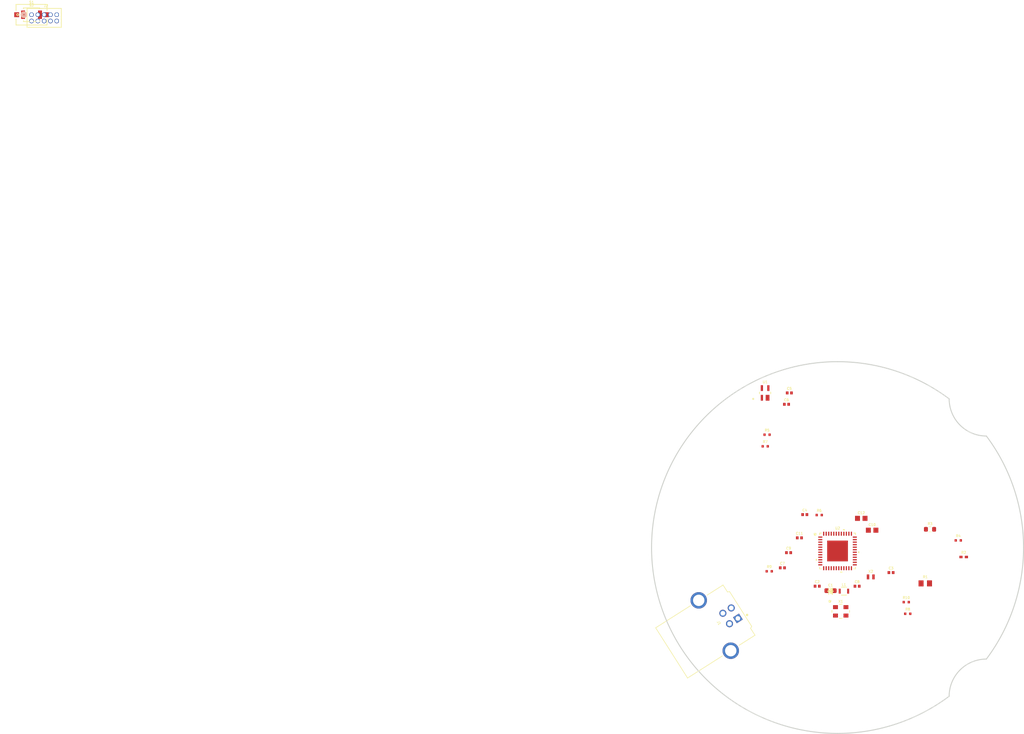
<source format=kicad_pcb>
(kicad_pcb (version 20240108) (generator "pcbnew") (generator_version "8.0")
  (layers (0 "F.Cu" signal) (31 "B.Cu" signal) (34 "B.Paste" user) (35 "F.Paste" user) (36 "B.SilkS" user "B.Silkscreen") (37 "F.SilkS" user "F.Silkscreen") (38 "B.Mask" user) (39 "F.Mask" user) (44 "Edge.Cuts" user))
  (net 0 "")
  (footprint "ASSMANN_AU-Y1007" (at 136.00648391291276 124.33255362071921 -57.57033779868715) (layer "F.Cu")
    (property "Reference" "J1" (at 0 -3.05 -57.57033779868715) (layer "F.SilkS") (effects (font (size 0.5 0.5) (thickness 0.1) (bold yes))))
    (property "Value" "ASSMANN_AU-Y1007")
    (fp_line (start -6 -7.85) (end -4.35 -7.85) (stroke (width 0.127)) (layer "F.SilkS"))
    (fp_line (start -6 -4.05) (end -6 -7.85) (stroke (width 0.127)) (layer "F.SilkS"))
    (fp_line (start -6 8.25) (end -6 -0.05) (stroke (width 0.127)) (layer "F.SilkS"))
    (fp_line (start -4.35 -7.85) (end -4.15 -8.25) (stroke (width 0.127)) (layer "F.SilkS"))
    (fp_line (start -4.15 -8.25) (end 4.15 -8.25) (stroke (width 0.127)) (layer "F.SilkS"))
    (fp_line (start 4.15 -8.25) (end 4.35 -7.85) (stroke (width 0.127)) (layer "F.SilkS"))
    (fp_line (start 4.35 -7.85) (end 6 -7.85) (stroke (width 0.127)) (layer "F.SilkS"))
    (fp_line (start 6 -7.85) (end 6 -4.05) (stroke (width 0.127)) (layer "F.SilkS"))
    (fp_line (start 6 -0.05) (end 6 8.25) (stroke (width 0.127)) (layer "F.SilkS"))
    (fp_line (start 6 8.25) (end -6 8.25) (stroke (width 0.127)) (layer "F.SilkS"))
    (fp_circle (center 1.7 -8.7) (end 1.82 -8.7) (stroke (width 0.24)) (fill none) (layer "F.SilkS"))
    (pad "1" thru_hole rect (at 1.29 -6.76 -57.57033779868715) (size 1.428 1.428) (drill 0.92) (layers "*.Cu" "*.Mask"))
    (pad "2" thru_hole circle (at -1.21 -6.76 -57.57033779868715) (size 1.428 1.428) (drill 0.92) (layers "*.Cu" "*.Mask"))
    (pad "3" thru_hole circle (at -1.21 -4.76 -57.57033779868715) (size 1.428 1.428) (drill 0.92) (layers "*.Cu" "*.Mask"))
    (pad "4" thru_hole circle (at 1.29 -4.76 -57.57033779868715) (size 1.428 1.428) (drill 0.92) (layers "*.Cu" "*.Mask"))
    (pad "S1" thru_hole circle (at -6.02 -2.05 -57.57033779868715) (size 3.316 3.316) (drill 2.3) (layers "*.Cu" "*.Mask"))
    (pad "S2" thru_hole circle (at 6.02 -2.05 -57.57033779868715) (size 3.316 3.316) (drill 2.3) (layers "*.Cu" "*.Mask"))
  )
  (footprint "LED_GS75000_WRE" (layer "F.Cu") (at 163.78240763952113 116.3017110500148 0)
    (property "Reference" "L1" (at 0 -1.3 0) (layer "F.SilkS") (effects (font (size 0.5 0.5) (thickness 0.1) (bold yes))))
    (property "Value" "LED_GS75000_WRE")
    (fp_line (start -3.0861 -0.635) (end -3.0861 0.635) (stroke (width 0.1524)) (layer "F.SilkS"))
    (fp_line (start -3.0861 0) (end -2.3241 -0.635) (stroke (width 0.1524)) (layer "F.SilkS"))
    (fp_line (start -3.0861 0) (end -2.3241 -0.508) (stroke (width 0.1524)) (layer "F.SilkS"))
    (fp_line (start -3.0861 0) (end -2.3241 -0.381) (stroke (width 0.1524)) (layer "F.SilkS"))
    (fp_line (start -3.0861 0) (end -2.3241 -0.254) (stroke (width 0.1524)) (layer "F.SilkS"))
    (fp_line (start -3.0861 0) (end -2.3241 -0.127) (stroke (width 0.1524)) (layer "F.SilkS"))
    (fp_line (start -3.0861 0) (end -2.3241 0.127) (stroke (width 0.1524)) (layer "F.SilkS"))
    (fp_line (start -3.0861 0) (end -2.3241 0.254) (stroke (width 0.1524)) (layer "F.SilkS"))
    (fp_line (start -3.0861 0) (end -2.3241 0.381) (stroke (width 0.1524)) (layer "F.SilkS"))
    (fp_line (start -3.0861 0) (end -2.3241 0.508) (stroke (width 0.1524)) (layer "F.SilkS"))
    (fp_line (start -3.0861 0) (end -2.3241 0.635) (stroke (width 0.1524)) (layer "F.SilkS"))
    (fp_line (start -2.3241 -0.635) (end -2.3241 0.635) (stroke (width 0.1524)) (layer "F.SilkS"))
    (fp_line (start -2.0701 0) (end -3.3401 0) (stroke (width 0.1524)) (layer "F.SilkS"))
    (fp_line (start -0.514235 0.8001) (end 0.514235 0.8001) (stroke (width 0.1524)) (layer "F.SilkS"))
    (fp_line (start 0.514235 -0.8001) (end -0.514235 -0.8001) (stroke (width 0.1524)) (layer "F.SilkS"))
    (pad "1" smd rect (at -0.8509 0) (size 0.4064 0.9906) (layers "F.Cu" "F.Paste" "F.Mask"))
    (pad "2" smd rect (at 0.8509 0) (size 0.4064 0.9906) (layers "F.Cu" "F.Paste" "F.Mask"))
  )
  (footprint "R_0603_1608Metric" (layer "F.Cu") (at 181.14080137676225 103.81385797151775 0)
    (property "Reference" "R3" (at 0 -1.1 0) (layer "F.SilkS") (effects (font (size 0.5 0.5) (thickness 0.1) (bold yes))))
    (property "Value" "R_0603_1608Metric")
    (fp_line (start -0.237258 -0.5225) (end 0.237258 -0.5225) (stroke (width 0.12)) (layer "F.SilkS"))
    (fp_line (start -0.237258 0.5225) (end 0.237258 0.5225) (stroke (width 0.12)) (layer "F.SilkS"))
    (pad "1" smd roundrect (at -0.825 0) (size 0.8 0.95) (layers "F.Cu" "F.Paste" "F.Mask"))
    (pad "2" smd roundrect (at 0.825 0) (size 0.8 0.95) (layers "F.Cu" "F.Paste" "F.Mask"))
  )
  (footprint "RC0402N_PAN" (layer "F.Cu") (at 187.92732807730374 109.4082388640959 0)
    (property "Reference" "R2" (at 0 -0.9 0) (layer "F.SilkS") (effects (font (size 0.5 0.5) (thickness 0.1) (bold yes))))
    (property "Value" "RC0402N_PAN")
    (pad "1" smd rect (at -0.549999 0) (size 0.649999 0.499999) (layers "F.Cu" "F.Paste" "F.Mask"))
    (pad "2" smd rect (at 0.549999 0) (size 0.649999 0.499999) (layers "F.Cu" "F.Paste" "F.Mask"))
  )
  (footprint "SW_25816_WRE" (layer "F.Cu") (at 0 0)
    (property "Reference" "S1" (at 0 -2.5 0) (layer "F.SilkS") (effects (font (size 0.5 0.5) (thickness 0.1) (bold yes))))
    (property "Value" "SW_25816_WRE")
    (fp_line (start -3.1242 -2.0828) (end -3.1242 -0.82804) (stroke (width 0.1524)) (layer "F.SilkS"))
    (fp_line (start -3.1242 0.82804) (end -3.1242 2.0828) (stroke (width 0.1524)) (layer "F.SilkS"))
    (fp_line (start -3.1242 2.0828) (end 3.1242 2.0828) (stroke (width 0.1524)) (layer "F.SilkS"))
    (fp_line (start 3.1242 -2.0828) (end -3.1242 -2.0828) (stroke (width 0.1524)) (layer "F.SilkS"))
    (fp_line (start 3.1242 -0.82804) (end 3.1242 -2.0828) (stroke (width 0.1524)) (layer "F.SilkS"))
    (fp_line (start 3.1242 2.0828) (end 3.1242 0.82804) (stroke (width 0.1524)) (layer "F.SilkS"))
    (pad "1" smd rect (at -3.000002 0) (size 0.9906 0.9906) (layers "F.Cu" "F.Paste" "F.Mask"))
    (pad "2" smd rect (at 3.000002 0) (size 0.9906 0.9906) (layers "F.Cu" "F.Paste" "F.Mask"))
  )
  (footprint "C_0603_1608Metric" (layer "F.Cu") (at 161.08548270949163 116.19874811629353 0)
    (property "Reference" "C1" (at 0 -1.1 0) (layer "F.SilkS") (effects (font (size 0.5 0.5) (thickness 0.1) (bold yes))))
    (property "Value" "C_0603_1608Metric")
    (fp_line (start -0.14058 -0.51) (end 0.14058 -0.51) (stroke (width 0.12)) (layer "F.SilkS"))
    (fp_line (start -0.14058 0.51) (end 0.14058 0.51) (stroke (width 0.12)) (layer "F.SilkS"))
    (pad "1" smd roundrect (at -0.775 0) (size 0.9 0.95) (layers "F.Cu" "F.Paste" "F.Mask"))
    (pad "2" smd roundrect (at 0.775 0) (size 0.9 0.95) (layers "F.Cu" "F.Paste" "F.Mask"))
  )
  (footprint "21-0098_X4&plus_1_MXM" (layer "F.Cu") (at 147.8926028165837 76.30490281658368 0.0)
    (property "Reference" "U1" (at 0 -2.2 0) (layer "F.SilkS") (effects (font (size 0.5 0.5) (thickness 0.1) (bold yes))))
    (property "Value" "21-0098_X4+1_MXM")
    (fp_line (start -1.1303 0.17607) (end -1.1303 -0.176071) (stroke (width 0.1524)) (layer "F.SilkS"))
    (fp_line (start 1.1303 -0.176071) (end 1.1303 0.17607) (stroke (width 0.1524)) (layer "F.SilkS"))
    (fp_circle (center -2.4003 1.2065) (end -2.2733 1.2065) (stroke (width 0.1524)) (fill none) (layer "F.SilkS"))
    (pad "1" smd rect (at -0.65 0.9779) (size 0.4572 1.1684) (layers "F.Cu" "F.Paste" "F.Mask"))
    (pad "2" smd rect (at 0.4976 0.9779) (size 0.762 1.1684) (layers "F.Cu" "F.Paste" "F.Mask"))
    (pad "3" smd rect (at 0.649999 -0.9779) (size 0.4572 1.1684) (layers "F.Cu" "F.Paste" "F.Mask"))
    (pad "4" smd rect (at -0.649999 -0.9779) (size 0.4572 1.1684) (layers "F.Cu" "F.Paste" "F.Mask"))
  )
  (footprint "RC0805N_YAG" (layer "F.Cu") (at 180.18586794848284 114.72879700240809 0)
    (property "Reference" "R1" (at 0 -1.3 0) (layer "F.SilkS") (effects (font (size 0.5 0.5) (thickness 0.1) (bold yes))))
    (property "Value" "RC0805N_YAG")
    (pad "1" smd rect (at -0.8509 0) (size 1.016 1.2192) (layers "F.Cu" "F.Paste" "F.Mask"))
    (pad "2" smd rect (at 0.8509 0) (size 1.016 1.2192) (layers "F.Cu" "F.Paste" "F.Mask"))
  )
  (footprint "0402R" (at 186.83889889003987 106.05839827307304 0) (layer "F.Cu")
    (property "Reference" "R4" (at 0 -0.9 0) (layer "F.SilkS") (effects (font (size 0.5 0.5) (thickness 0.1) (bold yes))))
    (property "Value" "RES_ERJ-2GEJ103X")
    (pad "1" smd rect (at -0.512 0) (size 0.475 0.5) (layers "F.Cu" "F.Paste" "F.Mask"))
    (pad "2" smd rect (at 0.512 0) (size 0.475 0.5) (layers "F.Cu" "F.Paste" "F.Mask"))
  )
  (footprint "ABM8G_12_000MHZ_B4Y_T" (layer "F.Cu") (at 163.13604331179084 120.3714696289712 0)
    (property "Reference" "X1" (at 0 -2 0) (layer "F.SilkS") (effects (font (size 0.5 0.5) (thickness 0.1) (bold yes))))
    (property "Value" "CRYSTAL_ABM8G_ABR")
    (fp_line (start -1.778 -0.20182) (end -1.778 0.20182) (stroke (width 0.1524)) (layer "F.SilkS"))
    (fp_line (start -0.270425 1.4224) (end 0.270425 1.4224) (stroke (width 0.1524)) (layer "F.SilkS"))
    (fp_line (start 0.270425 -1.4224) (end -0.270425 -1.4224) (stroke (width 0.1524)) (layer "F.SilkS"))
    (fp_line (start 1.778 0.20182) (end 1.778 -0.20182) (stroke (width 0.1524)) (layer "F.SilkS"))
    (fp_text user "*" (at -2.1844 -1.7 0) (layer "F.SilkS"))
    (fp_text user "*" (at -2.1844 -1.7 0) (layer "F.SilkS"))
    (pad "1" smd rect (at -1.0541 -0.850001 90) (size 0.8128 0.9906) (layers "F.Cu" "F.Paste" "F.Mask"))
    (pad "2" smd rect (at -1.0541 0.850001 90) (size 0.8128 0.9906) (layers "F.Cu" "F.Paste" "F.Mask"))
    (pad "3" smd rect (at 1.0541 0.850001 90) (size 0.8128 0.9906) (layers "F.Cu" "F.Paste" "F.Mask"))
    (pad "4" smd rect (at 1.0541 -0.850001 90) (size 0.8128 0.9906) (layers "F.Cu" "F.Paste" "F.Mask"))
  )
  (footprint "QFN48_7X7MC_MCH" (layer "F.Cu") (at 162.49763989388515 108.19000675000001 0)
    (property "Reference" "U2" (at 0 -4.6 0) (layer "F.SilkS") (effects (font (size 0.5 0.5) (thickness 0.1) (bold yes))))
    (property "Value" "QFN48_7X7MC_MCH")
    (fp_line (start -3.6068 -3.6068) (end -3.6068 -3.25374) (stroke (width 0.1524)) (layer "F.SilkS"))
    (fp_line (start -3.6068 3.25374) (end -3.6068 3.6068) (stroke (width 0.1524)) (layer "F.SilkS"))
    (fp_line (start -3.6068 3.6068) (end -3.25374 3.6068) (stroke (width 0.1524)) (layer "F.SilkS"))
    (fp_line (start -3.25374 -3.6068) (end -3.6068 -3.6068) (stroke (width 0.1524)) (layer "F.SilkS"))
    (fp_line (start 3.25374 3.6068) (end 3.6068 3.6068) (stroke (width 0.1524)) (layer "F.SilkS"))
    (fp_line (start 3.6068 -3.6068) (end 3.25374 -3.6068) (stroke (width 0.1524)) (layer "F.SilkS"))
    (fp_line (start 3.6068 -3.25374) (end 3.6068 -3.6068) (stroke (width 0.1524)) (layer "F.SilkS"))
    (fp_line (start 3.6068 3.6068) (end 3.6068 3.25374) (stroke (width 0.1524)) (layer "F.SilkS"))
    (fp_poly (pts (xy -4.3942 1.5875) (xy -4.3942 1.9685) (xy -4.1402 1.9685) (xy -4.1402 1.5875)) (fill solid) (layer "F.SilkS"))
    (fp_poly (pts (xy 0.5715 4.1402) (xy 0.5715 4.3942) (xy 0.9525 4.3942) (xy 0.9525 4.1402)) (fill solid) (layer "F.SilkS"))
    (fp_poly (pts (xy 1.0795 -4.1402) (xy 1.0795 -4.3942) (xy 1.4605 -4.3942) (xy 1.4605 -4.1402)) (fill solid) (layer "F.SilkS"))
    (fp_poly (pts (xy 4.3942 0.0635) (xy 4.3942 0.4445) (xy 4.1402 0.4445) (xy 4.1402 0.0635)) (fill solid) (layer "F.SilkS"))
    (fp_text user "*" (at -4.5212 -3.048 0) (layer "F.SilkS"))
    (fp_text user "*" (at -4.5212 -3.048 0) (layer "F.SilkS"))
    (pad "1" smd rect (at -3.4798 -2.794 90) (size 0.254 0.8128) (layers "F.Cu" "F.Paste" "F.Mask"))
    (pad "2" smd rect (at -3.4798 -2.286 90) (size 0.254 0.8128) (layers "F.Cu" "F.Paste" "F.Mask"))
    (pad "3" smd rect (at -3.4798 -1.778 90) (size 0.254 0.8128) (layers "F.Cu" "F.Paste" "F.Mask"))
    (pad "4" smd rect (at -3.4798 -1.27 90) (size 0.254 0.8128) (layers "F.Cu" "F.Paste" "F.Mask"))
    (pad "5" smd rect (at -3.4798 -0.762 90) (size 0.254 0.8128) (layers "F.Cu" "F.Paste" "F.Mask"))
    (pad "6" smd rect (at -3.4798 -0.254 90) (size 0.254 0.8128) (layers "F.Cu" "F.Paste" "F.Mask"))
    (pad "7" smd rect (at -3.4798 0.254 90) (size 0.254 0.8128) (layers "F.Cu" "F.Paste" "F.Mask"))
    (pad "8" smd rect (at -3.4798 0.762 90) (size 0.254 0.8128) (layers "F.Cu" "F.Paste" "F.Mask"))
    (pad "9" smd rect (at -3.4798 1.27 90) (size 0.254 0.8128) (layers "F.Cu" "F.Paste" "F.Mask"))
    (pad "10" smd rect (at -3.4798 1.778 90) (size 0.254 0.8128) (layers "F.Cu" "F.Paste" "F.Mask"))
    (pad "11" smd rect (at -3.4798 2.286 90) (size 0.254 0.8128) (layers "F.Cu" "F.Paste" "F.Mask"))
    (pad "12" smd rect (at -3.4798 2.794 90) (size 0.254 0.8128) (layers "F.Cu" "F.Paste" "F.Mask"))
    (pad "13" smd rect (at -2.794 3.4798) (size 0.254 0.8128) (layers "F.Cu" "F.Paste" "F.Mask"))
    (pad "14" smd rect (at -2.286 3.4798) (size 0.254 0.8128) (layers "F.Cu" "F.Paste" "F.Mask"))
    (pad "15" smd rect (at -1.778 3.4798) (size 0.254 0.8128) (layers "F.Cu" "F.Paste" "F.Mask"))
    (pad "16" smd rect (at -1.27 3.4798) (size 0.254 0.8128) (layers "F.Cu" "F.Paste" "F.Mask"))
    (pad "17" smd rect (at -0.762 3.4798) (size 0.254 0.8128) (layers "F.Cu" "F.Paste" "F.Mask"))
    (pad "18" smd rect (at -0.254 3.4798) (size 0.254 0.8128) (layers "F.Cu" "F.Paste" "F.Mask"))
    (pad "19" smd rect (at 0.254 3.4798) (size 0.254 0.8128) (layers "F.Cu" "F.Paste" "F.Mask"))
    (pad "20" smd rect (at 0.762 3.4798) (size 0.254 0.8128) (layers "F.Cu" "F.Paste" "F.Mask"))
    (pad "21" smd rect (at 1.27 3.4798) (size 0.254 0.8128) (layers "F.Cu" "F.Paste" "F.Mask"))
    (pad "22" smd rect (at 1.778 3.4798) (size 0.254 0.8128) (layers "F.Cu" "F.Paste" "F.Mask"))
    (pad "23" smd rect (at 2.286 3.4798) (size 0.254 0.8128) (layers "F.Cu" "F.Paste" "F.Mask"))
    (pad "24" smd rect (at 2.794 3.4798) (size 0.254 0.8128) (layers "F.Cu" "F.Paste" "F.Mask"))
    (pad "25" smd rect (at 3.4798 2.794 90) (size 0.254 0.8128) (layers "F.Cu" "F.Paste" "F.Mask"))
    (pad "26" smd rect (at 3.4798 2.286 90) (size 0.254 0.8128) (layers "F.Cu" "F.Paste" "F.Mask"))
    (pad "27" smd rect (at 3.4798 1.778 90) (size 0.254 0.8128) (layers "F.Cu" "F.Paste" "F.Mask"))
    (pad "28" smd rect (at 3.4798 1.27 90) (size 0.254 0.8128) (layers "F.Cu" "F.Paste" "F.Mask"))
    (pad "29" smd rect (at 3.4798 0.762 90) (size 0.254 0.8128) (layers "F.Cu" "F.Paste" "F.Mask"))
    (pad "30" smd rect (at 3.4798 0.254 90) (size 0.254 0.8128) (layers "F.Cu" "F.Paste" "F.Mask"))
    (pad "31" smd rect (at 3.4798 -0.254 90) (size 0.254 0.8128) (layers "F.Cu" "F.Paste" "F.Mask"))
    (pad "32" smd rect (at 3.4798 -0.762 90) (size 0.254 0.8128) (layers "F.Cu" "F.Paste" "F.Mask"))
    (pad "33" smd rect (at 3.4798 -1.27 90) (size 0.254 0.8128) (layers "F.Cu" "F.Paste" "F.Mask"))
    (pad "34" smd rect (at 3.4798 -1.778 90) (size 0.254 0.8128) (layers "F.Cu" "F.Paste" "F.Mask"))
    (pad "35" smd rect (at 3.4798 -2.286 90) (size 0.254 0.8128) (layers "F.Cu" "F.Paste" "F.Mask"))
    (pad "36" smd rect (at 3.4798 -2.794 90) (size 0.254 0.8128) (layers "F.Cu" "F.Paste" "F.Mask"))
    (pad "37" smd rect (at 2.794 -3.4798) (size 0.254 0.8128) (layers "F.Cu" "F.Paste" "F.Mask"))
    (pad "38" smd rect (at 2.286 -3.4798) (size 0.254 0.8128) (layers "F.Cu" "F.Paste" "F.Mask"))
    (pad "39" smd rect (at 1.778 -3.4798) (size 0.254 0.8128) (layers "F.Cu" "F.Paste" "F.Mask"))
    (pad "40" smd rect (at 1.27 -3.4798) (size 0.254 0.8128) (layers "F.Cu" "F.Paste" "F.Mask"))
    (pad "41" smd rect (at 0.762 -3.4798) (size 0.254 0.8128) (layers "F.Cu" "F.Paste" "F.Mask"))
    (pad "42" smd rect (at 0.254 -3.4798) (size 0.254 0.8128) (layers "F.Cu" "F.Paste" "F.Mask"))
    (pad "43" smd rect (at -0.254 -3.4798) (size 0.254 0.8128) (layers "F.Cu" "F.Paste" "F.Mask"))
    (pad "44" smd rect (at -0.762 -3.4798) (size 0.254 0.8128) (layers "F.Cu" "F.Paste" "F.Mask"))
    (pad "45" smd rect (at -1.27 -3.4798) (size 0.254 0.8128) (layers "F.Cu" "F.Paste" "F.Mask"))
    (pad "46" smd rect (at -1.778 -3.4798) (size 0.254 0.8128) (layers "F.Cu" "F.Paste" "F.Mask"))
    (pad "47" smd rect (at -2.286 -3.4798) (size 0.254 0.8128) (layers "F.Cu" "F.Paste" "F.Mask"))
    (pad "48" smd rect (at -2.794 -3.4798) (size 0.254 0.8128) (layers "F.Cu" "F.Paste" "F.Mask"))
    (pad "49" smd rect (at 0 0) (size 4.191 4.191) (layers "F.Cu" "F.Paste" "F.Mask"))
  )
  (footprint "0402C" (at 158.39466937310857 115.2965601539424 0) (layer "F.Cu")
    (property "Reference" "C2" (at 0 -0.88 0) (layer "F.SilkS") (effects (font (size 0.5 0.5) (thickness 0.1) (bold yes))))
    (property "Value" "CAPC1005X55N")
    (pad "1" smd rect (at -0.432 0) (size 0.54 0.6) (layers "F.Cu" "F.Paste" "F.Mask"))
    (pad "2" smd rect (at 0.432 0) (size 0.54 0.6) (layers "F.Cu" "F.Paste" "F.Mask"))
  )
  (footprint "0402C" (at 173.27905382177477 112.54598072845185 0) (layer "F.Cu")
    (property "Reference" "C3" (at 0 -0.88 0) (layer "F.SilkS") (effects (font (size 0.5 0.5) (thickness 0.1) (bold yes))))
    (property "Value" "CAPC1005X55N")
    (pad "1" smd rect (at -0.432 0) (size 0.54 0.6) (layers "F.Cu" "F.Paste" "F.Mask"))
    (pad "2" smd rect (at 0.432 0) (size 0.54 0.6) (layers "F.Cu" "F.Paste" "F.Mask"))
  )
  (footprint "0402C" (at 155.8864894515272 100.847580331299 0) (layer "F.Cu")
    (property "Reference" "C4" (at 0 -0.88 0) (layer "F.SilkS") (effects (font (size 0.5 0.5) (thickness 0.1) (bold yes))))
    (property "Value" "CAPC1005X55N")
    (pad "1" smd rect (at -0.432 0) (size 0.54 0.6) (layers "F.Cu" "F.Paste" "F.Mask"))
    (pad "2" smd rect (at 0.432 0) (size 0.54 0.6) (layers "F.Cu" "F.Paste" "F.Mask"))
  )
  (footprint "0402C" (at 152.77918294661248 76.30490281658368 0) (layer "F.Cu")
    (property "Reference" "C5" (at 0 -0.88 0) (layer "F.SilkS") (effects (font (size 0.5 0.5) (thickness 0.1) (bold yes))))
    (property "Value" "CAPC1005X55N")
    (pad "1" smd rect (at -0.432 0) (size 0.54 0.6) (layers "F.Cu" "F.Paste" "F.Mask"))
    (pad "2" smd rect (at 0.432 0) (size 0.54 0.6) (layers "F.Cu" "F.Paste" "F.Mask"))
  )
  (footprint "0402R" (at 148.28861128615597 84.7334082358815 0) (layer "F.Cu")
    (property "Reference" "R5" (at 0 -0.9 0) (layer "F.SilkS") (effects (font (size 0.5 0.5) (thickness 0.1) (bold yes))))
    (property "Value" "RES_ERJ-2GEJ103X")
    (pad "1" smd rect (at -0.512 0) (size 0.475 0.5) (layers "F.Cu" "F.Paste" "F.Mask"))
    (pad "2" smd rect (at 0.512 0) (size 0.475 0.5) (layers "F.Cu" "F.Paste" "F.Mask"))
  )
  (footprint "0402C" (at 152.20719697970486 78.59901322690678 0) (layer "F.Cu")
    (property "Reference" "C6" (at 0 -0.88 0) (layer "F.SilkS") (effects (font (size 0.5 0.5) (thickness 0.1) (bold yes))))
    (property "Value" "CAPC1005X55N")
    (pad "1" smd rect (at -0.432 0) (size 0.54 0.6) (layers "F.Cu" "F.Paste" "F.Mask"))
    (pad "2" smd rect (at 0.432 0) (size 0.54 0.6) (layers "F.Cu" "F.Paste" "F.Mask"))
  )
  (footprint "0402C" (at 151.3776043535076 111.58974279360426 0) (layer "F.Cu")
    (property "Reference" "C7" (at 0 -0.88 0) (layer "F.SilkS") (effects (font (size 0.5 0.5) (thickness 0.1) (bold yes))))
    (property "Value" "CAPC1005X55N")
    (pad "1" smd rect (at -0.432 0) (size 0.54 0.6) (layers "F.Cu" "F.Paste" "F.Mask"))
    (pad "2" smd rect (at 0.432 0) (size 0.54 0.6) (layers "F.Cu" "F.Paste" "F.Mask"))
  )
  (footprint "0402R" (at 158.80565789633536 100.9440840954733 0) (layer "F.Cu")
    (property "Reference" "R6" (at 0 -0.9 0) (layer "F.SilkS") (effects (font (size 0.5 0.5) (thickness 0.1) (bold yes))))
    (property "Value" "RES_ERJ-2GEJ103X")
    (pad "1" smd rect (at -0.512 0) (size 0.475 0.5) (layers "F.Cu" "F.Paste" "F.Mask"))
    (pad "2" smd rect (at 0.512 0) (size 0.475 0.5) (layers "F.Cu" "F.Paste" "F.Mask"))
  )
  (footprint "M50_3500542" (layer "F.Cu") (at 0 0)
    (property "Reference" "J2" (at 2.9 -1.8 0) (layer "F.SilkS") (effects (font (size 0.5 0.5) (thickness 0.1) (bold yes))))
    (property "Value" "CONN10_500542_HRW")
    (fp_circle (center -1.5494 0) (end -1.1684 0) (stroke (width 0.508)) (fill none) (layer "B.SilkS"))
    (fp_line (start -0.9144 -1.27) (end -0.9144 2.54) (stroke (width 0.1524)) (layer "F.SilkS"))
    (fp_line (start -0.9144 2.54) (end 5.9944 2.54) (stroke (width 0.1524)) (layer "F.SilkS"))
    (fp_line (start 5.9944 -1.27) (end -0.9144 -1.27) (stroke (width 0.1524)) (layer "F.SilkS"))
    (fp_line (start 5.9944 2.54) (end 5.9944 -1.27) (stroke (width 0.1524)) (layer "F.SilkS"))
    (fp_circle (center -1.5494 0) (end -1.1684 0) (stroke (width 0.508)) (fill none) (layer "F.SilkS"))
    (pad "1" thru_hole circle (at 0 0) (size 0.9144 0.9144) (drill 0.6604) (layers "*.Cu" "*.Mask"))
    (pad "2" thru_hole circle (at 0 1.27) (size 0.9144 0.9144) (drill 0.6604) (layers "*.Cu" "*.Mask"))
    (pad "3" thru_hole circle (at 1.27 0) (size 0.9144 0.9144) (drill 0.6604) (layers "*.Cu" "*.Mask"))
    (pad "4" thru_hole circle (at 1.27 1.27) (size 0.9144 0.9144) (drill 0.6604) (layers "*.Cu" "*.Mask"))
    (pad "5" thru_hole circle (at 2.54 0) (size 0.9144 0.9144) (drill 0.6604) (layers "*.Cu" "*.Mask"))
    (pad "6" thru_hole circle (at 2.54 1.27) (size 0.9144 0.9144) (drill 0.6604) (layers "*.Cu" "*.Mask"))
    (pad "7" thru_hole circle (at 3.81 0) (size 0.9144 0.9144) (drill 0.6604) (layers "*.Cu" "*.Mask"))
    (pad "8" thru_hole circle (at 3.81 1.27) (size 0.9144 0.9144) (drill 0.6604) (layers "*.Cu" "*.Mask"))
    (pad "9" thru_hole circle (at 5.08 0) (size 0.9144 0.9144) (drill 0.6604) (layers "*.Cu" "*.Mask"))
    (pad "10" thru_hole circle (at 5.08 1.27) (size 0.9144 0.9144) (drill 0.6604) (layers "*.Cu" "*.Mask"))
  )
  (footprint "0402C" (at 166.44025188954413 115.30266707067477 0) (layer "F.Cu")
    (property "Reference" "C8" (at 0 -0.88 0) (layer "F.SilkS") (effects (font (size 0.5 0.5) (thickness 0.1) (bold yes))))
    (property "Value" "CAPC1005X55N")
    (pad "1" smd rect (at -0.432 0) (size 0.54 0.6) (layers "F.Cu" "F.Paste" "F.Mask"))
    (pad "2" smd rect (at 0.432 0) (size 0.54 0.6) (layers "F.Cu" "F.Paste" "F.Mask"))
  )
  (footprint "0402C" (at 152.6234493467079 108.5348210820157 0) (layer "F.Cu")
    (property "Reference" "C9" (at 0 -0.88 0) (layer "F.SilkS") (effects (font (size 0.5 0.5) (thickness 0.1) (bold yes))))
    (property "Value" "CAPC1005X55N")
    (pad "1" smd rect (at -0.432 0) (size 0.54 0.6) (layers "F.Cu" "F.Paste" "F.Mask"))
    (pad "2" smd rect (at 0.432 0) (size 0.54 0.6) (layers "F.Cu" "F.Paste" "F.Mask"))
  )
  (footprint "B3U-1000P" (layer "F.Cu") (at 0 0)
    (property "Reference" "S2" (at 0 -1.9 0) (layer "F.SilkS") (effects (font (size 0.5 0.5) (thickness 0.1) (bold yes))))
    (property "Value" "B3U-1000P")
    (fp_line (start -1.627 -1.377) (end -1.627 -1.18274) (stroke (width 0.1524)) (layer "F.SilkS"))
    (fp_line (start -1.627 1.18274) (end -1.627 1.377) (stroke (width 0.1524)) (layer "F.SilkS"))
    (fp_line (start -1.627 1.377) (end 1.627 1.377) (stroke (width 0.1524)) (layer "F.SilkS"))
    (fp_line (start 1.627 -1.377) (end -1.627 -1.377) (stroke (width 0.1524)) (layer "F.SilkS"))
    (fp_line (start 1.627 -1.18274) (end 1.627 -1.377) (stroke (width 0.1524)) (layer "F.SilkS"))
    (fp_line (start 1.627 1.377) (end 1.627 1.18274) (stroke (width 0.1524)) (layer "F.SilkS"))
    (fp_circle (center -2.8 0) (end -2.5968 0) (stroke (width 0.1524)) (fill none) (layer "F.SilkS"))
    (pad "1" smd rect (at -1.700002 0) (size 0.8 1.7) (layers "F.Cu" "F.Paste" "F.Mask"))
    (pad "2" smd rect (at 1.700002 0) (size 0.8 1.7) (layers "F.Cu" "F.Paste" "F.Mask"))
  )
  (footprint "0402R" (at 147.91810896521923 87.0726678258865 0) (layer "F.Cu")
    (property "Reference" "R7" (at 0 -0.9 0) (layer "F.SilkS") (effects (font (size 0.5 0.5) (thickness 0.1) (bold yes))))
    (property "Value" "RES_ERJ-2GEJ103X")
    (pad "1" smd rect (at -0.512 0) (size 0.475 0.5) (layers "F.Cu" "F.Paste" "F.Mask"))
    (pad "2" smd rect (at 0.512 0) (size 0.475 0.5) (layers "F.Cu" "F.Paste" "F.Mask"))
  )
  (footprint "0402R" (at 176.64703054307387 120.85774028795805 0) (layer "F.Cu")
    (property "Reference" "R8" (at 0 -0.9 0) (layer "F.SilkS") (effects (font (size 0.5 0.5) (thickness 0.1) (bold yes))))
    (property "Value" "RES_ERJ-2GEJ103X")
    (pad "1" smd rect (at -0.512 0) (size 0.475 0.5) (layers "F.Cu" "F.Paste" "F.Mask"))
    (pad "2" smd rect (at 0.512 0) (size 0.475 0.5) (layers "F.Cu" "F.Paste" "F.Mask"))
  )
  (footprint "0603C" (at 169.46837219972832 104.00156822163531 0) (layer "F.Cu")
    (property "Reference" "C10" (at 0 -1.1 0) (layer "F.SilkS") (effects (font (size 0.5 0.5) (thickness 0.1) (bold yes))))
    (property "Value" "CAPC1608X100N")
    (pad "1" smd rect (at -0.759 0) (size 1 1.02) (layers "F.Cu" "F.Paste" "F.Mask"))
    (pad "2" smd rect (at 0.759 0) (size 1 1.02) (layers "F.Cu" "F.Paste" "F.Mask"))
  )
  (footprint "0402C" (at 154.80840947724838 105.5423923926053 0) (layer "F.Cu")
    (property "Reference" "C11" (at 0 -0.88 0) (layer "F.SilkS") (effects (font (size 0.5 0.5) (thickness 0.1) (bold yes))))
    (property "Value" "CAPC1005X55N")
    (pad "1" smd rect (at -0.432 0) (size 0.54 0.6) (layers "F.Cu" "F.Paste" "F.Mask"))
    (pad "2" smd rect (at 0.432 0) (size 0.54 0.6) (layers "F.Cu" "F.Paste" "F.Mask"))
  )
  (footprint "0603C" (at 167.27767950073564 101.6108466559944 0) (layer "F.Cu")
    (property "Reference" "C12" (at 0 -1.1 0) (layer "F.SilkS") (effects (font (size 0.5 0.5) (thickness 0.1) (bold yes))))
    (property "Value" "CAPC1608X100N")
    (pad "1" smd rect (at -0.759 0) (size 1 1.02) (layers "F.Cu" "F.Paste" "F.Mask"))
    (pad "2" smd rect (at 0.759 0) (size 1 1.02) (layers "F.Cu" "F.Paste" "F.Mask"))
  )
  (footprint "ABS05_32_768KHZ_T" (at 169.19000966536944 113.41865905972872 0) (layer "F.Cu")
    (property "Reference" "X2" (at 0 -1.1 0) (layer "F.SilkS") (effects (font (size 0.5 0.5) (thickness 0.1) (bold yes))))
    (property "Value" "XTAL_ABS05-32.768KHZ-T")
    (pad "1" smd rect (at -0.55 0) (size 0.5 1) (layers "F.Cu" "F.Paste" "F.Mask"))
    (pad "2" smd rect (at 0.55 0) (size 0.5 1) (layers "F.Cu" "F.Paste" "F.Mask"))
  )
  (footprint "0402R" (at 148.72616514545894 112.28473811179269 0) (layer "F.Cu")
    (property "Reference" "R9" (at 0 -0.9 0) (layer "F.SilkS") (effects (font (size 0.5 0.5) (thickness 0.1) (bold yes))))
    (property "Value" "RES_ERJ-2GEJ103X")
    (pad "1" smd rect (at -0.512 0) (size 0.475 0.5) (layers "F.Cu" "F.Paste" "F.Mask"))
    (pad "2" smd rect (at 0.512 0) (size 0.475 0.5) (layers "F.Cu" "F.Paste" "F.Mask"))
  )
  (footprint "0402R" (at 176.35220886012584 118.51008310547218 0) (layer "F.Cu")
    (property "Reference" "R10" (at 0 -0.9 0) (layer "F.SilkS") (effects (font (size 0.5 0.5) (thickness 0.1) (bold yes))))
    (property "Value" "RES_ERJ-2GEJ103X")
    (pad "1" smd rect (at -0.512 0) (size 0.475 0.5) (layers "F.Cu" "F.Paste" "F.Mask"))
    (pad "2" smd rect (at 0.512 0) (size 0.475 0.5) (layers "F.Cu" "F.Paste" "F.Mask"))
  )
  (gr_arc (start 192.5 85.0) (mid 187.1967 82.80330000000001) (end 185.0 77.5) (stroke (width 0.2)) (layer "Edge.Cuts"))
  (gr_arc (start 162.5 145.0) (mid 125.0 107.5) (end 162.5 70.0) (stroke (width 0.2)) (layer "Edge.Cuts"))
  (gr_arc (start 192.5 85.0) (mid 198.0756 95.64150000000001) (end 200.0 107.5) (stroke (width 0.2)) (layer "Edge.Cuts"))
  (gr_arc (start 200.0 107.5) (mid 198.0756 119.35849999999999) (end 192.5 130.0) (stroke (width 0.2)) (layer "Edge.Cuts"))
  (gr_arc (start 185.0 137.5) (mid 174.3585 143.0756) (end 162.5 145.0) (stroke (width 0.2)) (layer "Edge.Cuts"))
  (gr_arc (start 162.5 70.0) (mid 174.3585 71.9244) (end 185.0 77.5) (stroke (width 0.2)) (layer "Edge.Cuts"))
  (gr_arc (start 185.0 137.5) (mid 187.1967 132.1967) (end 192.5 130.0) (stroke (width 0.2)) (layer "Edge.Cuts"))
)
</source>
